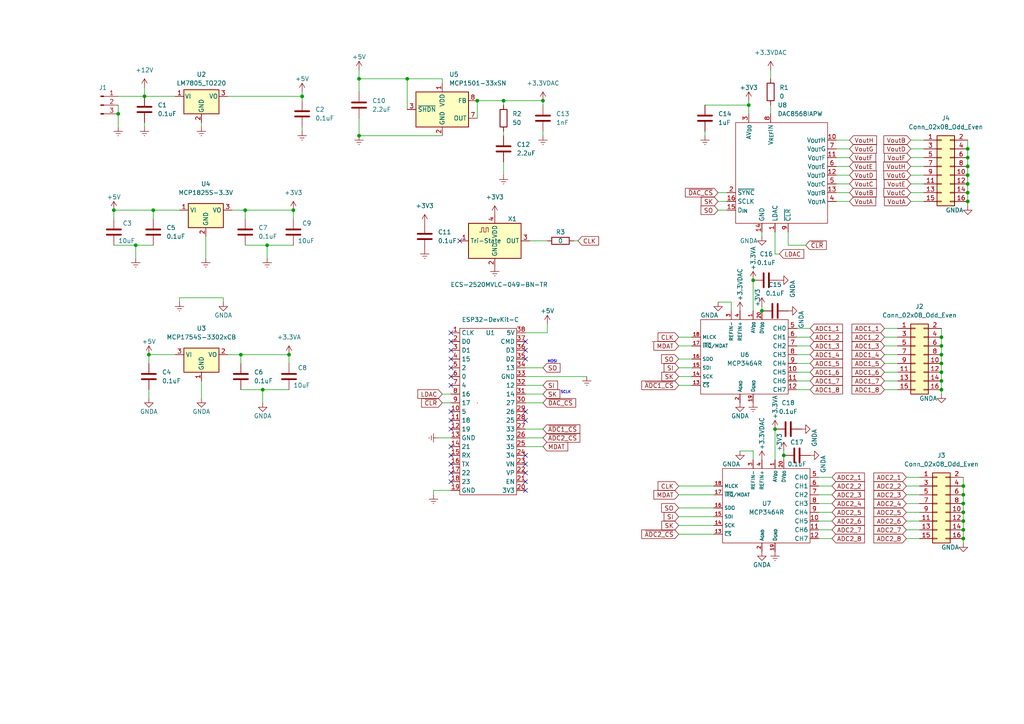
<source format=kicad_sch>
(kicad_sch (version 20211123) (generator eeschema)
  (paper "A4")
  (lib_symbols
    (symbol "Connector:Conn_01x03_Male" (pin_names (offset 1.016) hide)
      (property "Reference" "J" (at 0 5.08 0))
      (property "Value" "Conn_01x03_Male" (at 0 -5.08 0))
      (symbol "Conn_01x03_Male_1_1"
        (pin passive line (at 5.08 2.54 180) (length 3.81) (name "Pin_1") (number "1"))
        (pin passive line (at 5.08 0 180) (length 3.81) (name "Pin_2") (number "2"))
        (pin passive line (at 5.08 -2.54 180) (length 3.81) (name "Pin_3") (number "3"))
      )
    )
    (symbol "Connector_Generic:Conn_02x08_Odd_Even" (pin_names (offset 1.016) hide)
      (property "Reference" "J" (at 1.27 10.16 0))
      (property "Value" "Conn_02x08_Odd_Even" (at 1.27 -12.7 0))
      (symbol "Conn_02x08_Odd_Even_1_1"
        (pin passive line (at -5.08 7.62 0) (length 3.81) (name "Pin_1") (number "1"))
        (pin passive line (at 7.62 -2.54 180) (length 3.81) (name "Pin_10") (number "10"))
        (pin passive line (at -5.08 -5.08 0) (length 3.81) (name "Pin_11") (number "11"))
        (pin passive line (at 7.62 -5.08 180) (length 3.81) (name "Pin_12") (number "12"))
        (pin passive line (at -5.08 -7.62 0) (length 3.81) (name "Pin_13") (number "13"))
        (pin passive line (at 7.62 -7.62 180) (length 3.81) (name "Pin_14") (number "14"))
        (pin passive line (at -5.08 -10.16 0) (length 3.81) (name "Pin_15") (number "15"))
        (pin passive line (at 7.62 -10.16 180) (length 3.81) (name "Pin_16") (number "16"))
        (pin passive line (at 7.62 7.62 180) (length 3.81) (name "Pin_2") (number "2"))
        (pin passive line (at -5.08 5.08 0) (length 3.81) (name "Pin_3") (number "3"))
        (pin passive line (at 7.62 5.08 180) (length 3.81) (name "Pin_4") (number "4"))
        (pin passive line (at -5.08 2.54 0) (length 3.81) (name "Pin_5") (number "5"))
        (pin passive line (at 7.62 2.54 180) (length 3.81) (name "Pin_6") (number "6"))
        (pin passive line (at -5.08 0 0) (length 3.81) (name "Pin_7") (number "7"))
        (pin passive line (at 7.62 0 180) (length 3.81) (name "Pin_8") (number "8"))
        (pin passive line (at -5.08 -2.54 0) (length 3.81) (name "Pin_9") (number "9"))
      )
    )
    (symbol "Device:C" (pin_numbers hide) (pin_names (offset 0.254))
      (property "Reference" "C" (at 0.635 2.54 0))
      (property "Value" "C" (at 0.635 -2.54 0))
      (symbol "C_1_1"
        (pin passive line (at 0 3.81 270) (length 2.794) (name "~") (number "1"))
        (pin passive line (at 0 -3.81 90) (length 2.794) (name "~") (number "2"))
      )
    )
    (symbol "Device:R" (pin_numbers hide) (pin_names (offset 0))
      (property "Reference" "R" (at 2.032 0 90))
      (property "Value" "R" (at 0 0 90))
      (symbol "R_1_1"
        (pin passive line (at 0 3.81 270) (length 1.27) (name "~") (number "1"))
        (pin passive line (at 0 -3.81 90) (length 1.27) (name "~") (number "2"))
      )
    )
    (symbol "Oscillator:ECS-2520MV-xxx-xx"
      (property "Reference" "X" (at -5.08 6.35 0))
      (property "Value" "ECS-2520MV-xxx-xx" (at 1.27 -6.35 0))
      (symbol "ECS-2520MV-xxx-xx_1_1"
        (pin input line (at -10.16 0 0) (length 2.54) (name "Tri-State") (number "1"))
        (pin power_in line (at 0 -7.62 90) (length 2.54) (name "GND") (number "2"))
        (pin output line (at 10.16 0 180) (length 2.54) (name "OUT") (number "3"))
        (pin power_in line (at 0 7.62 270) (length 2.54) (name "VDD") (number "4"))
      )
    )
    (symbol "Reference_Voltage:MCP1501-33xSN"
      (property "Reference" "U" (at -5.08 6.35 0))
      (property "Value" "MCP1501-33xSN" (at 11.43 6.35 0))
      (symbol "MCP1501-33xSN_0_0"
        (pin power_in line (at 0 7.62 270) (length 2.54) (name "VDD") (number "1"))
        (pin power_in line (at 0 -7.62 90) (length 2.54) (name "GND") (number "2"))
        (pin input line (at -10.16 0 0) (length 2.54) (name "~{SHDN}") (number "3"))
        (pin passive line (at 0 -7.62 90) (length 2.54) hide (name "GND") (number "4"))
        (pin passive line (at 0 -7.62 90) (length 2.54) hide (name "GND") (number "5"))
        (pin passive line (at 0 -7.62 90) (length 2.54) hide (name "GND") (number "6"))
        (pin power_out line (at 10.16 -2.54 180) (length 2.54) (name "OUT") (number "7"))
        (pin input line (at 10.16 2.54 180) (length 2.54) (name "FB") (number "8"))
      )
    )
    (symbol "Regulator_Linear:LM7805_TO220" (pin_names (offset 0.254))
      (property "Reference" "U" (at -3.81 3.175 0))
      (property "Value" "LM7805_TO220" (at 0 3.175 0))
      (symbol "LM7805_TO220_1_1"
        (pin power_in line (at -7.62 0 0) (length 2.54) (name "VI") (number "1"))
        (pin power_in line (at 0 -7.62 90) (length 2.54) (name "GND") (number "2"))
        (pin power_out line (at 7.62 0 180) (length 2.54) (name "VO") (number "3"))
      )
    )
    (symbol "Regulator_Linear:MCP1754S-3302xCB"
      (property "Reference" "U" (at -3.81 3.175 0))
      (property "Value" "MCP1754S-3302xCB" (at -0.635 3.175 0))
      (symbol "MCP1754S-3302xCB_1_1"
        (pin power_in line (at 0 -7.62 90) (length 2.54) (name "GND") (number "1"))
        (pin power_out line (at 7.62 0 180) (length 2.54) (name "VO") (number "2"))
        (pin power_in line (at -7.62 0 0) (length 2.54) (name "VI") (number "3"))
      )
    )
    (symbol "Regulator_Linear:MCP1825S"
      (property "Reference" "U" (at -3.81 3.175 0))
      (property "Value" "MCP1825S" (at 0 3.175 0))
      (symbol "MCP1825S_1_1"
        (pin power_in line (at -7.62 0 0) (length 2.54) (name "VI") (number "1"))
        (pin power_in line (at 0 -7.62 90) (length 2.54) (name "GND") (number "2"))
        (pin power_out line (at 7.62 0 180) (length 2.54) (name "VO") (number "3"))
      )
    )
    (symbol "design:DAC8568IAPW"
      (property "Reference" "U?" (at 2.54 16.51 0))
      (property "Value" "DAC8568IAPW" (at -2.54 3.81 0))
      (symbol "DAC8568IAPW_1_1"
        (pin input line (at -1.27 -16.51 90) (length 2.54) (name "LDAC") (number "1"))
        (pin output line (at 16.51 10.16 180) (length 2.54) (name "V_{OUT}H") (number "10"))
        (pin output line (at 16.51 5.08 180) (length 2.54) (name "V_{OUT}F") (number "11"))
        (pin output line (at 16.51 0 180) (length 2.54) (name "V_{OUT}D") (number "12"))
        (pin output line (at 16.51 -5.08 180) (length 2.54) (name "V_{OUT}B") (number "13"))
        (pin input line (at -5.08 -16.51 90) (length 2.54) (name "GND") (number "14"))
        (pin input line (at -15.24 -10.16 0) (length 2.54) (name "D_{IN}") (number "15"))
        (pin input line (at -15.24 -7.62 0) (length 2.54) (name "SCLK") (number "16"))
        (pin input line (at -15.24 -5.08 0) (length 2.54) (name "~{SYNC}") (number "2"))
        (pin input line (at -8.89 17.78 270) (length 2.54) (name "AV_{DD}") (number "3"))
        (pin output line (at 16.51 -7.62 180) (length 2.54) (name "V_{OUT}A") (number "4"))
        (pin output line (at 16.51 -2.54 180) (length 2.54) (name "V_{OUT}C") (number "5"))
        (pin output line (at 16.51 2.54 180) (length 2.54) (name "V_{OUT}E") (number "6"))
        (pin output line (at 16.51 7.62 180) (length 2.54) (name "V_{OUT}G") (number "7"))
        (pin input line (at -2.54 17.78 270) (length 2.54) (name "V_{REF}IN") (number "8"))
        (pin input line (at 2.54 -16.51 90) (length 2.54) (name "~{CLR}") (number "9"))
      )
    )
    (symbol "design:ESP32-DevKit-C"
      (property "Reference" "U?" (at -3.81 27.94 0))
      (property "Value" "ESP32-DevKit-C" (at -3.81 12.7 90))
      (symbol "ESP32-DevKit-C_1_1"
        (pin input line (at -13.97 25.4 0) (length 2.54) (name "CLK") (number "1"))
        (pin input line (at -13.97 2.54 0) (length 2.54) (name "5") (number "10"))
        (pin input line (at -13.97 0 0) (length 2.54) (name "18") (number "11"))
        (pin input line (at -13.97 -2.54 0) (length 2.54) (name "19") (number "12"))
        (pin input line (at -13.97 -5.08 0) (length 2.54) (name "GND") (number "13"))
        (pin input line (at -13.97 -7.62 0) (length 2.54) (name "21") (number "14"))
        (pin input line (at -13.97 -10.16 0) (length 2.54) (name "RX") (number "15"))
        (pin input line (at -13.97 -12.7 0) (length 2.54) (name "TX") (number "16"))
        (pin input line (at -13.97 -15.24 0) (length 2.54) (name "22") (number "17"))
        (pin input line (at -13.97 -17.78 0) (length 2.54) (name "23") (number "18"))
        (pin input line (at -13.97 -20.32 0) (length 2.54) (name "GND") (number "19"))
        (pin input line (at -13.97 22.86 0) (length 2.54) (name "D0") (number "2"))
        (pin input line (at 7.62 -20.32 180) (length 2.54) (name "3V3") (number "20"))
        (pin input line (at 7.62 -17.78 180) (length 2.54) (name "EN") (number "21"))
        (pin input line (at 7.62 -15.24 180) (length 2.54) (name "VP") (number "22"))
        (pin input line (at 7.62 -12.7 180) (length 2.54) (name "VN") (number "23"))
        (pin input line (at 7.62 -10.16 180) (length 2.54) (name "34") (number "24"))
        (pin input line (at 7.62 -7.62 180) (length 2.54) (name "35") (number "25"))
        (pin input line (at 7.62 -5.08 180) (length 2.54) (name "32") (number "26"))
        (pin input line (at 7.62 -2.54 180) (length 2.54) (name "33") (number "27"))
        (pin input line (at 7.62 0 180) (length 2.54) (name "25") (number "28"))
        (pin input line (at 7.62 2.54 180) (length 2.54) (name "26") (number "29"))
        (pin input line (at -13.97 20.32 0) (length 2.54) (name "D1") (number "3"))
        (pin input line (at 7.62 5.08 180) (length 2.54) (name "27") (number "30"))
        (pin input line (at 7.62 7.62 180) (length 2.54) (name "14") (number "31"))
        (pin input line (at 7.62 10.16 180) (length 2.54) (name "12") (number "32"))
        (pin input line (at 7.62 12.7 180) (length 2.54) (name "GND") (number "33"))
        (pin input line (at 7.62 15.24 180) (length 2.54) (name "13") (number "34"))
        (pin input line (at 7.62 17.78 180) (length 2.54) (name "D2") (number "35"))
        (pin input line (at 7.62 20.32 180) (length 2.54) (name "D3") (number "36"))
        (pin input line (at 7.62 22.86 180) (length 2.54) (name "CMD") (number "37"))
        (pin input line (at 7.62 25.4 180) (length 2.54) (name "5V") (number "38"))
        (pin input line (at -13.97 17.78 0) (length 2.54) (name "15") (number "4"))
        (pin input line (at -13.97 15.24 0) (length 2.54) (name "2") (number "5"))
        (pin input line (at -13.97 12.7 0) (length 2.54) (name "0") (number "6"))
        (pin input line (at -13.97 10.16 0) (length 2.54) (name "4") (number "7"))
        (pin input line (at -13.97 7.62 0) (length 2.54) (name "16") (number "8"))
        (pin input line (at -13.97 5.08 0) (length 2.54) (name "17") (number "9"))
      )
    )
    (symbol "design:MCP3464R"
      (property "Reference" "U?" (at 0 -1.27 0))
      (property "Value" "MCP3464R" (at 0 1.27 0))
      (symbol "MCP3464R_1_1"
        (pin input line (at 2.54 13.97 270) (length 2.54) (name "AV_{DD}") (number "1"))
        (pin input line (at 15.24 -3.81 180) (length 2.54) (name "CH5") (number "10"))
        (pin input line (at 15.24 -6.35 180) (length 2.54) (name "CH6") (number "11"))
        (pin input line (at 15.24 -8.89 180) (length 2.54) (name "CH7") (number "12"))
        (pin input line (at -15.24 -7.62 0) (length 2.54) (name "~{CS}") (number "13"))
        (pin input line (at -15.24 -5.08 0) (length 2.54) (name "SCK") (number "14"))
        (pin input line (at -15.24 -2.54 0) (length 2.54) (name "SDI") (number "15"))
        (pin input line (at -15.24 0 0) (length 2.54) (name "SDO") (number "16"))
        (pin input line (at -15.24 3.81 0) (length 2.54) (name "~{IRQ}/MDAT") (number "17"))
        (pin input line (at -15.24 6.35 0) (length 2.54) (name "MLCK") (number "18"))
        (pin input line (at 2.54 -12.7 90) (length 2.54) (name "D_{GND}") (number "19"))
        (pin input line (at -1.27 -12.7 90) (length 2.54) (name "A_{GND}") (number "2"))
        (pin input line (at 5.08 13.97 270) (length 2.54) (name "DV_{DD}") (number "20"))
        (pin input line (at -3.81 13.97 270) (length 2.54) (name "REFIN-") (number "3"))
        (pin input line (at -1.27 13.97 270) (length 2.54) (name "REFIN+") (number "4"))
        (pin input line (at 15.24 8.89 180) (length 2.54) (name "CH0") (number "5"))
        (pin input line (at 15.24 6.35 180) (length 2.54) (name "CH1") (number "6"))
        (pin input line (at 15.24 3.81 180) (length 2.54) (name "CH2") (number "7"))
        (pin input line (at 15.24 1.27 180) (length 2.54) (name "CH3") (number "8"))
        (pin input line (at 15.24 -1.27 180) (length 2.54) (name "CH4") (number "9"))
      )
    )
    (symbol "power:+12V" (power) (pin_names (offset 0))
      (property "Value" "+12V" (at 0 3.556 0))
      (symbol "+12V_1_1"
        (pin power_in line (at 0 0 90) (length 0) hide (name "+12V") (number "1"))
      )
    )
    (symbol "power:+3.3V" (power) (pin_names (offset 0))
      (property "Value" "+3.3V" (at 0 3.556 0))
      (symbol "+3.3V_1_1"
        (pin power_in line (at 0 0 90) (length 0) hide (name "+3V3") (number "1"))
      )
    )
    (symbol "power:+3.3VA" (power) (pin_names (offset 0))
      (property "Value" "+3.3VA" (at 0 3.556 0))
      (symbol "+3.3VA_1_1"
        (pin power_in line (at 0 0 90) (length 0) hide (name "+3.3VA") (number "1"))
      )
    )
    (symbol "power:+3.3VDAC" (power) (pin_names (offset 0))
      (property "Value" "+3.3VDAC" (at 0 2.54 0))
      (symbol "+3.3VDAC_0_0"
        (pin power_in line (at 0 0 90) (length 0) hide (name "+3.3VDAC") (number "1"))
      )
    )
    (symbol "power:+5V" (power) (pin_names (offset 0))
      (property "Value" "+5V" (at 0 3.556 0))
      (symbol "+5V_1_1"
        (pin power_in line (at 0 0 90) (length 0) hide (name "+5V") (number "1"))
      )
    )
    (symbol "power:Earth" (power) (pin_names (offset 0))
      (symbol "Earth_1_1"
        (pin power_in line (at 0 0 270) (length 0) hide (name "Earth") (number "1"))
      )
    )
    (symbol "power:GNDA" (power) (pin_names (offset 0))
      (property "Value" "GNDA" (at 0 -3.81 0))
      (symbol "GNDA_1_1"
        (pin power_in line (at 0 0 270) (length 0) hide (name "GNDA") (number "1"))
      )
    )
  )
  (junction (at 76.2 113.03))
  (junction (at 71.12 60.96))
  (junction (at 227.33 132.08))
  (junction (at 69.85 102.87))
  (junction (at 104.14 22.86))
  (junction (at 39.37 71.12))
  (junction (at 224.79 124.46))
  (junction (at 280.67 55.88))
  (junction (at 280.67 43.18))
  (junction (at 279.4 146.05))
  (junction (at 217.17 30.48))
  (junction (at 43.18 102.87))
  (junction (at 280.67 50.8))
  (junction (at 280.67 48.26))
  (junction (at 273.05 97.79))
  (junction (at 157.48 29.21))
  (junction (at 279.4 151.13))
  (junction (at 118.11 22.86))
  (junction (at 279.4 140.97))
  (junction (at 77.47 71.12))
  (junction (at 280.67 53.34))
  (junction (at 273.05 100.33))
  (junction (at 279.4 156.21))
  (junction (at 273.05 107.95))
  (junction (at 44.45 60.96))
  (junction (at 83.82 102.87))
  (junction (at 220.98 90.17))
  (junction (at 146.05 29.21))
  (junction (at 41.91 27.94))
  (junction (at 279.4 153.67))
  (junction (at 273.05 113.03))
  (junction (at 33.02 60.96))
  (junction (at 273.05 110.49))
  (junction (at 280.67 58.42))
  (junction (at 273.05 105.41))
  (junction (at 104.14 39.37))
  (junction (at 34.29 33.02))
  (junction (at 280.67 45.72))
  (junction (at 273.05 102.87))
  (junction (at 279.4 143.51))
  (junction (at 87.63 27.94))
  (junction (at 85.09 60.96))
  (junction (at 218.44 81.28))
  (junction (at 279.4 148.59))
  (junction (at 138.43 29.21))
  (no_connect (at 130.81 96.52))
  (no_connect (at 130.81 101.6))
  (no_connect (at 130.81 132.08))
  (no_connect (at 130.81 134.62))
  (no_connect (at 130.81 137.16))
  (no_connect (at 130.81 139.7))
  (no_connect (at 152.4 139.7))
  (no_connect (at 152.4 137.16))
  (no_connect (at 130.81 124.46))
  (no_connect (at 130.81 119.38))
  (no_connect (at 130.81 129.54))
  (no_connect (at 130.81 121.92))
  (no_connect (at 130.81 111.76))
  (no_connect (at 130.81 106.68))
  (no_connect (at 130.81 109.22))
  (no_connect (at 130.81 99.06))
  (no_connect (at 130.81 104.14))
  (no_connect (at 152.4 119.38))
  (no_connect (at 152.4 99.06))
  (no_connect (at 152.4 101.6))
  (no_connect (at 152.4 104.14))
  (no_connect (at 152.4 132.08))
  (no_connect (at 152.4 134.62))
  (no_connect (at 152.4 121.92))
  (no_connect (at 152.4 142.24))
  (no_connect (at 133.35 69.85))
  (wire (pts (xy 260.35 95.25) (xy 256.54 95.25)))
  (wire (pts (xy 280.67 58.42) (xy 280.67 59.69)))
  (wire (pts (xy 223.52 30.48) (xy 223.52 33.02)))
  (wire (pts (xy 196.85 149.86) (xy 207.01 149.86)))
  (wire (pts (xy 125.73 142.24) (xy 125.73 143.51)))
  (wire (pts (xy 231.14 100.33) (xy 234.95 100.33)))
  (wire (pts (xy 85.09 60.96) (xy 71.12 60.96)))
  (wire (pts (xy 273.05 113.03) (xy 273.05 114.3)))
  (wire (pts (xy 231.14 113.03) (xy 234.95 113.03)))
  (wire (pts (xy 237.49 151.13) (xy 241.3 151.13)))
  (wire (pts (xy 64.77 87.63) (xy 64.77 86.36)))
  (wire (pts (xy 85.09 63.5) (xy 85.09 60.96)))
  (wire (pts (xy 266.7 140.97) (xy 262.89 140.97)))
  (wire (pts (xy 266.7 156.21) (xy 262.89 156.21)))
  (wire (pts (xy 242.57 40.64) (xy 246.38 40.64)))
  (wire (pts (xy 212.09 90.17) (xy 212.09 87.63)))
  (wire (pts (xy 237.49 146.05) (xy 241.3 146.05)))
  (wire (pts (xy 266.7 148.59) (xy 262.89 148.59)))
  (wire (pts (xy 118.11 22.86) (xy 118.11 31.75)))
  (wire (pts (xy 33.02 60.96) (xy 33.02 63.5)))
  (wire (pts (xy 87.63 27.94) (xy 87.63 29.21)))
  (wire (pts (xy 87.63 26.67) (xy 87.63 27.94)))
  (wire (pts (xy 273.05 97.79) (xy 273.05 100.33)))
  (wire (pts (xy 267.97 53.34) (xy 264.16 53.34)))
  (wire (pts (xy 58.42 110.49) (xy 58.42 115.57)))
  (wire (pts (xy 43.18 102.87) (xy 43.18 105.41)))
  (wire (pts (xy 41.91 35.56) (xy 41.91 36.83)))
  (wire (pts (xy 260.35 97.79) (xy 256.54 97.79)))
  (wire (pts (xy 266.7 143.51) (xy 262.89 143.51)))
  (wire (pts (xy 273.05 105.41) (xy 273.05 107.95)))
  (wire (pts (xy 158.75 96.52) (xy 158.75 93.98)))
  (wire (pts (xy 196.85 97.79) (xy 200.66 97.79)))
  (wire (pts (xy 242.57 43.18) (xy 246.38 43.18)))
  (wire (pts (xy 273.05 100.33) (xy 273.05 102.87)))
  (wire (pts (xy 231.14 95.25) (xy 234.95 95.25)))
  (wire (pts (xy 279.4 138.43) (xy 279.4 140.97)))
  (wire (pts (xy 152.4 129.54) (xy 157.48 129.54)))
  (wire (pts (xy 71.12 60.96) (xy 67.31 60.96)))
  (wire (pts (xy 266.7 146.05) (xy 262.89 146.05)))
  (wire (pts (xy 128.27 22.86) (xy 118.11 22.86)))
  (wire (pts (xy 204.47 38.1) (xy 204.47 39.37)))
  (wire (pts (xy 44.45 60.96) (xy 44.45 63.5)))
  (wire (pts (xy 41.91 27.94) (xy 50.8 27.94)))
  (wire (pts (xy 280.67 40.64) (xy 280.67 43.18)))
  (wire (pts (xy 273.05 102.87) (xy 273.05 105.41)))
  (wire (pts (xy 279.4 153.67) (xy 279.4 156.21)))
  (wire (pts (xy 267.97 43.18) (xy 264.16 43.18)))
  (wire (pts (xy 260.35 100.33) (xy 256.54 100.33)))
  (wire (pts (xy 267.97 40.64) (xy 264.16 40.64)))
  (wire (pts (xy 208.28 87.63) (xy 212.09 87.63)))
  (wire (pts (xy 66.04 27.94) (xy 87.63 27.94)))
  (wire (pts (xy 58.42 35.56) (xy 58.42 36.83)))
  (wire (pts (xy 260.35 113.03) (xy 256.54 113.03)))
  (wire (pts (xy 227.33 132.08) (xy 227.33 133.35)))
  (wire (pts (xy 118.11 22.86) (xy 104.14 22.86)))
  (wire (pts (xy 280.67 55.88) (xy 280.67 58.42)))
  (wire (pts (xy 71.12 71.12) (xy 77.47 71.12)))
  (wire (pts (xy 152.4 124.46) (xy 157.48 124.46)))
  (wire (pts (xy 130.81 142.24) (xy 125.73 142.24)))
  (wire (pts (xy 266.7 153.67) (xy 262.89 153.67)))
  (wire (pts (xy 34.29 33.02) (xy 34.29 36.83)))
  (wire (pts (xy 260.35 107.95) (xy 256.54 107.95)))
  (wire (pts (xy 128.27 114.3) (xy 130.81 114.3)))
  (wire (pts (xy 146.05 46.99) (xy 146.05 50.8)))
  (wire (pts (xy 157.48 38.1) (xy 157.48 39.37)))
  (wire (pts (xy 196.85 104.14) (xy 200.66 104.14)))
  (wire (pts (xy 280.67 53.34) (xy 280.67 55.88)))
  (wire (pts (xy 223.52 20.32) (xy 223.52 22.86)))
  (wire (pts (xy 128.27 116.84) (xy 130.81 116.84)))
  (wire (pts (xy 196.85 100.33) (xy 200.66 100.33)))
  (wire (pts (xy 267.97 50.8) (xy 264.16 50.8)))
  (wire (pts (xy 237.49 156.21) (xy 241.3 156.21)))
  (wire (pts (xy 59.69 68.58) (xy 59.69 74.93)))
  (wire (pts (xy 237.49 153.67) (xy 241.3 153.67)))
  (wire (pts (xy 77.47 71.12) (xy 85.09 71.12)))
  (wire (pts (xy 71.12 60.96) (xy 71.12 63.5)))
  (wire (pts (xy 220.98 88.9) (xy 220.98 90.17)))
  (wire (pts (xy 279.4 151.13) (xy 279.4 153.67)))
  (wire (pts (xy 83.82 105.41) (xy 83.82 102.87)))
  (wire (pts (xy 217.17 30.48) (xy 217.17 33.02)))
  (wire (pts (xy 196.85 152.4) (xy 207.01 152.4)))
  (wire (pts (xy 267.97 48.26) (xy 264.16 48.26)))
  (wire (pts (xy 279.4 146.05) (xy 279.4 148.59)))
  (wire (pts (xy 231.14 110.49) (xy 234.95 110.49)))
  (wire (pts (xy 152.4 109.22) (xy 170.18 109.22)))
  (wire (pts (xy 196.85 147.32) (xy 207.01 147.32)))
  (wire (pts (xy 227.33 130.81) (xy 227.33 132.08)))
  (wire (pts (xy 128.27 24.13) (xy 128.27 22.86)))
  (wire (pts (xy 242.57 50.8) (xy 246.38 50.8)))
  (wire (pts (xy 138.43 29.21) (xy 138.43 34.29)))
  (wire (pts (xy 242.57 53.34) (xy 246.38 53.34)))
  (wire (pts (xy 228.6 71.12) (xy 228.6 67.31)))
  (wire (pts (xy 146.05 30.48) (xy 146.05 29.21)))
  (wire (pts (xy 50.8 102.87) (xy 43.18 102.87)))
  (wire (pts (xy 237.49 148.59) (xy 241.3 148.59)))
  (wire (pts (xy 33.02 71.12) (xy 39.37 71.12)))
  (wire (pts (xy 260.35 110.49) (xy 256.54 110.49)))
  (wire (pts (xy 208.28 58.42) (xy 210.82 58.42)))
  (wire (pts (xy 104.14 22.86) (xy 104.14 20.32)))
  (wire (pts (xy 218.44 81.28) (xy 218.44 90.17)))
  (wire (pts (xy 231.14 107.95) (xy 234.95 107.95)))
  (wire (pts (xy 69.85 102.87) (xy 66.04 102.87)))
  (wire (pts (xy 52.07 86.36) (xy 52.07 87.63)))
  (wire (pts (xy 280.67 50.8) (xy 280.67 53.34)))
  (wire (pts (xy 204.47 30.48) (xy 217.17 30.48)))
  (wire (pts (xy 87.63 36.83) (xy 87.63 38.1)))
  (wire (pts (xy 39.37 71.12) (xy 39.37 74.93)))
  (wire (pts (xy 146.05 38.1) (xy 146.05 39.37)))
  (wire (pts (xy 280.67 48.26) (xy 280.67 50.8)))
  (wire (pts (xy 231.14 102.87) (xy 234.95 102.87)))
  (wire (pts (xy 267.97 55.88) (xy 264.16 55.88)))
  (wire (pts (xy 233.68 71.12) (xy 228.6 71.12)))
  (wire (pts (xy 217.17 29.21) (xy 217.17 30.48)))
  (wire (pts (xy 242.57 45.72) (xy 246.38 45.72)))
  (wire (pts (xy 231.14 97.79) (xy 234.95 97.79)))
  (wire (pts (xy 214.63 130.81) (xy 218.44 130.81)))
  (wire (pts (xy 104.14 22.86) (xy 104.14 26.67)))
  (wire (pts (xy 152.4 106.68) (xy 157.48 106.68)))
  (wire (pts (xy 152.4 114.3) (xy 157.48 114.3)))
  (wire (pts (xy 153.67 69.85) (xy 158.75 69.85)))
  (wire (pts (xy 41.91 25.4) (xy 41.91 27.94)))
  (wire (pts (xy 280.67 43.18) (xy 280.67 45.72)))
  (wire (pts (xy 260.35 105.41) (xy 256.54 105.41)))
  (wire (pts (xy 39.37 71.12) (xy 44.45 71.12)))
  (wire (pts (xy 242.57 58.42) (xy 246.38 58.42)))
  (wire (pts (xy 237.49 143.51) (xy 241.3 143.51)))
  (wire (pts (xy 77.47 71.12) (xy 77.47 74.93)))
  (wire (pts (xy 43.18 113.03) (xy 43.18 115.57)))
  (wire (pts (xy 279.4 148.59) (xy 279.4 151.13)))
  (wire (pts (xy 127 127) (xy 130.81 127)))
  (wire (pts (xy 34.29 30.48) (xy 34.29 33.02)))
  (wire (pts (xy 279.4 156.21) (xy 279.4 157.48)))
  (wire (pts (xy 208.28 55.88) (xy 210.82 55.88)))
  (wire (pts (xy 34.29 27.94) (xy 41.91 27.94)))
  (wire (pts (xy 152.4 127) (xy 157.48 127)))
  (wire (pts (xy 104.14 39.37) (xy 104.14 34.29)))
  (wire (pts (xy 279.4 143.51) (xy 279.4 146.05)))
  (wire (pts (xy 152.4 96.52) (xy 158.75 96.52)))
  (wire (pts (xy 273.05 95.25) (xy 273.05 97.79)))
  (wire (pts (xy 196.85 109.22) (xy 200.66 109.22)))
  (wire (pts (xy 267.97 58.42) (xy 264.16 58.42)))
  (wire (pts (xy 69.85 102.87) (xy 69.85 105.41)))
  (wire (pts (xy 237.49 138.43) (xy 241.3 138.43)))
  (wire (pts (xy 208.28 60.96) (xy 210.82 60.96)))
  (wire (pts (xy 273.05 110.49) (xy 273.05 113.03)))
  (wire (pts (xy 196.85 111.76) (xy 200.66 111.76)))
  (wire (pts (xy 220.98 67.31) (xy 220.98 68.58)))
  (wire (pts (xy 76.2 113.03) (xy 76.2 116.84)))
  (wire (pts (xy 128.27 39.37) (xy 104.14 39.37)))
  (wire (pts (xy 196.85 106.68) (xy 200.66 106.68)))
  (wire (pts (xy 242.57 48.26) (xy 246.38 48.26)))
  (wire (pts (xy 267.97 45.72) (xy 264.16 45.72)))
  (wire (pts (xy 52.07 60.96) (xy 44.45 60.96)))
  (wire (pts (xy 279.4 140.97) (xy 279.4 143.51)))
  (wire (pts (xy 280.67 45.72) (xy 280.67 48.26)))
  (wire (pts (xy 196.85 140.97) (xy 207.01 140.97)))
  (wire (pts (xy 146.05 29.21) (xy 157.48 29.21)))
  (wire (pts (xy 218.44 133.35) (xy 218.44 130.81)))
  (wire (pts (xy 266.7 151.13) (xy 262.89 151.13)))
  (wire (pts (xy 224.79 124.46) (xy 224.79 133.35)))
  (wire (pts (xy 224.79 73.66) (xy 226.06 73.66)))
  (wire (pts (xy 237.49 140.97) (xy 241.3 140.97)))
  (wire (pts (xy 152.4 111.76) (xy 157.48 111.76)))
  (wire (pts (xy 242.57 55.88) (xy 246.38 55.88)))
  (wire (pts (xy 273.05 107.95) (xy 273.05 110.49)))
  (wire (pts (xy 196.85 154.94) (xy 207.01 154.94)))
  (wire (pts (xy 152.4 116.84) (xy 157.48 116.84)))
  (wire (pts (xy 231.14 105.41) (xy 234.95 105.41)))
  (wire (pts (xy 69.85 113.03) (xy 76.2 113.03)))
  (wire (pts (xy 83.82 102.87) (xy 69.85 102.87)))
  (wire (pts (xy 52.07 86.36) (xy 64.77 86.36)))
  (wire (pts (xy 157.48 29.21) (xy 157.48 30.48)))
  (wire (pts (xy 76.2 113.03) (xy 83.82 113.03)))
  (wire (pts (xy 146.05 29.21) (xy 138.43 29.21)))
  (wire (pts (xy 44.45 60.96) (xy 33.02 60.96)))
  (wire (pts (xy 266.7 138.43) (xy 262.89 138.43)))
  (wire (pts (xy 196.85 143.51) (xy 207.01 143.51)))
  (wire (pts (xy 224.79 67.31) (xy 224.79 73.66)))
  (wire (pts (xy 260.35 102.87) (xy 256.54 102.87)))
  (wire (pts (xy 166.37 69.85) (xy 167.64 69.85)))
  (text "SCLK" (at 162.56 114.3 0) (effects (font (size 0.762 0.762)) (justify left bottom)))
  (text "MOSI" (at 158.75 105.41 0) (effects (font (size 0.762 0.762)) (justify left bottom)))
  (global_label "LDAC" (shape input) (at 128.27 114.3 180) (property "Intersheet References" "${INTERSHEET_REFS}" (effects hide)))
  (global_label "ADC2_7" (shape input) (at 241.3 153.67 0) (property "Intersheet References" "${INTERSHEET_REFS}" (effects hide)))
  (global_label "SO" (shape input) (at 208.28 60.96 180) (property "Intersheet References" "${INTERSHEET_REFS}" (effects hide)))
  (global_label "SK" (shape input) (at 196.85 152.4 180) (property "Intersheet References" "${INTERSHEET_REFS}" (effects hide)))
  (global_label "ADC1_2" (shape input) (at 256.54 97.79 180) (property "Intersheet References" "${INTERSHEET_REFS}" (effects hide)))
  (global_label "~{ADC2_CS}" (shape input) (at 157.48 127 0) (property "Intersheet References" "${INTERSHEET_REFS}" (effects hide)))
  (global_label "VoutG" (shape input) (at 264.16 50.8 180) (property "Intersheet References" "${INTERSHEET_REFS}" (effects hide)))
  (global_label "SI" (shape input) (at 196.85 106.68 180) (property "Intersheet References" "${INTERSHEET_REFS}" (effects hide)))
  (global_label "SK" (shape input) (at 208.28 58.42 180) (property "Intersheet References" "${INTERSHEET_REFS}" (effects hide)))
  (global_label "ADC2_1" (shape input) (at 262.89 138.43 180) (property "Intersheet References" "${INTERSHEET_REFS}" (effects hide)))
  (global_label "SK" (shape input) (at 157.48 114.3 0) (property "Intersheet References" "${INTERSHEET_REFS}" (effects hide)))
  (global_label "ADC1_2" (shape input) (at 234.95 97.79 0) (property "Intersheet References" "${INTERSHEET_REFS}" (effects hide)))
  (global_label "VoutH" (shape input) (at 246.38 40.64 0) (property "Intersheet References" "${INTERSHEET_REFS}" (effects hide)))
  (global_label "ADC1_7" (shape input) (at 234.95 110.49 0) (property "Intersheet References" "${INTERSHEET_REFS}" (effects hide)))
  (global_label "~{DAC_CS}" (shape input) (at 208.28 55.88 180) (property "Intersheet References" "${INTERSHEET_REFS}" (effects hide)))
  (global_label "SO" (shape input) (at 196.85 104.14 180) (property "Intersheet References" "${INTERSHEET_REFS}" (effects hide)))
  (global_label "ADC2_3" (shape input) (at 241.3 143.51 0) (property "Intersheet References" "${INTERSHEET_REFS}" (effects hide)))
  (global_label "ADC1_5" (shape input) (at 256.54 105.41 180) (property "Intersheet References" "${INTERSHEET_REFS}" (effects hide)))
  (global_label "~{DAC_CS}" (shape input) (at 157.48 116.84 0) (property "Intersheet References" "${INTERSHEET_REFS}" (effects hide)))
  (global_label "ADC2_4" (shape input) (at 241.3 146.05 0) (property "Intersheet References" "${INTERSHEET_REFS}" (effects hide)))
  (global_label "ADC2_7" (shape input) (at 262.89 153.67 180) (property "Intersheet References" "${INTERSHEET_REFS}" (effects hide)))
  (global_label "CLK" (shape input) (at 167.64 69.85 0) (property "Intersheet References" "${INTERSHEET_REFS}" (effects hide)))
  (global_label "ADC2_6" (shape input) (at 262.89 151.13 180) (property "Intersheet References" "${INTERSHEET_REFS}" (effects hide)))
  (global_label "ADC1_6" (shape input) (at 234.95 107.95 0) (property "Intersheet References" "${INTERSHEET_REFS}" (effects hide)))
  (global_label "CLK" (shape input) (at 196.85 97.79 180) (property "Intersheet References" "${INTERSHEET_REFS}" (effects hide)))
  (global_label "ADC1_8" (shape input) (at 234.95 113.03 0) (property "Intersheet References" "${INTERSHEET_REFS}" (effects hide)))
  (global_label "ADC2_2" (shape input) (at 241.3 140.97 0) (property "Intersheet References" "${INTERSHEET_REFS}" (effects hide)))
  (global_label "~{CLR}" (shape input) (at 128.27 116.84 180) (property "Intersheet References" "${INTERSHEET_REFS}" (effects hide)))
  (global_label "MDAT" (shape input) (at 157.48 129.54 0) (property "Intersheet References" "${INTERSHEET_REFS}" (effects hide)))
  (global_label "SK" (shape input) (at 196.85 109.22 180) (property "Intersheet References" "${INTERSHEET_REFS}" (effects hide)))
  (global_label "~{ADC2_CS}" (shape input) (at 196.85 154.94 180) (property "Intersheet References" "${INTERSHEET_REFS}" (effects hide)))
  (global_label "ADC1_1" (shape input) (at 256.54 95.25 180) (property "Intersheet References" "${INTERSHEET_REFS}" (effects hide)))
  (global_label "VoutD" (shape input) (at 246.38 50.8 0) (property "Intersheet References" "${INTERSHEET_REFS}" (effects hide)))
  (global_label "ADC2_5" (shape input) (at 241.3 148.59 0) (property "Intersheet References" "${INTERSHEET_REFS}" (effects hide)))
  (global_label "ADC2_4" (shape input) (at 262.89 146.05 180) (property "Intersheet References" "${INTERSHEET_REFS}" (effects hide)))
  (global_label "VoutF" (shape input) (at 264.16 45.72 180) (property "Intersheet References" "${INTERSHEET_REFS}" (effects hide)))
  (global_label "ADC1_3" (shape input) (at 256.54 100.33 180) (property "Intersheet References" "${INTERSHEET_REFS}" (effects hide)))
  (global_label "MDAT" (shape input) (at 196.85 100.33 180) (property "Intersheet References" "${INTERSHEET_REFS}" (effects hide)))
  (global_label "VoutA" (shape input) (at 246.38 58.42 0) (property "Intersheet References" "${INTERSHEET_REFS}" (effects hide)))
  (global_label "ADC2_8" (shape input) (at 241.3 156.21 0) (property "Intersheet References" "${INTERSHEET_REFS}" (effects hide)))
  (global_label "ADC1_4" (shape input) (at 234.95 102.87 0) (property "Intersheet References" "${INTERSHEET_REFS}" (effects hide)))
  (global_label "SI" (shape input) (at 196.85 149.86 180) (property "Intersheet References" "${INTERSHEET_REFS}" (effects hide)))
  (global_label "VoutC" (shape input) (at 264.16 55.88 180) (property "Intersheet References" "${INTERSHEET_REFS}" (effects hide)))
  (global_label "ADC1_7" (shape input) (at 256.54 110.49 180) (property "Intersheet References" "${INTERSHEET_REFS}" (effects hide)))
  (global_label "ADC1_8" (shape input) (at 256.54 113.03 180) (property "Intersheet References" "${INTERSHEET_REFS}" (effects hide)))
  (global_label "~{ADC1_CS}" (shape input) (at 196.85 111.76 180) (property "Intersheet References" "${INTERSHEET_REFS}" (effects hide)))
  (global_label "SO" (shape input) (at 157.48 106.68 0) (property "Intersheet References" "${INTERSHEET_REFS}" (effects hide)))
  (global_label "~{ADC1_CS}" (shape input) (at 157.48 124.46 0) (property "Intersheet References" "${INTERSHEET_REFS}" (effects hide)))
  (global_label "~{CLR}" (shape input) (at 233.68 71.12 0) (property "Intersheet References" "${INTERSHEET_REFS}" (effects hide)))
  (global_label "VoutE" (shape input) (at 264.16 53.34 180) (property "Intersheet References" "${INTERSHEET_REFS}" (effects hide)))
  (global_label "VoutG" (shape input) (at 246.38 43.18 0) (property "Intersheet References" "${INTERSHEET_REFS}" (effects hide)))
  (global_label "ADC2_8" (shape input) (at 262.89 156.21 180) (property "Intersheet References" "${INTERSHEET_REFS}" (effects hide)))
  (global_label "CLK" (shape input) (at 196.85 140.97 180) (property "Intersheet References" "${INTERSHEET_REFS}" (effects hide)))
  (global_label "VoutD" (shape input) (at 264.16 43.18 180) (property "Intersheet References" "${INTERSHEET_REFS}" (effects hide)))
  (global_label "MDAT" (shape input) (at 196.85 143.51 180) (property "Intersheet References" "${INTERSHEET_REFS}" (effects hide)))
  (global_label "VoutE" (shape input) (at 246.38 48.26 0) (property "Intersheet References" "${INTERSHEET_REFS}" (effects hide)))
  (global_label "VoutA" (shape input) (at 264.16 58.42 180) (property "Intersheet References" "${INTERSHEET_REFS}" (effects hide)))
  (global_label "ADC1_6" (shape input) (at 256.54 107.95 180) (property "Intersheet References" "${INTERSHEET_REFS}" (effects hide)))
  (global_label "ADC2_3" (shape input) (at 262.89 143.51 180) (property "Intersheet References" "${INTERSHEET_REFS}" (effects hide)))
  (global_label "ADC1_3" (shape input) (at 234.95 100.33 0) (property "Intersheet References" "${INTERSHEET_REFS}" (effects hide)))
  (global_label "ADC2_1" (shape input) (at 241.3 138.43 0) (property "Intersheet References" "${INTERSHEET_REFS}" (effects hide)))
  (global_label "ADC1_1" (shape input) (at 234.95 95.25 0) (property "Intersheet References" "${INTERSHEET_REFS}" (effects hide)))
  (global_label "ADC2_2" (shape input) (at 262.89 140.97 180) (property "Intersheet References" "${INTERSHEET_REFS}" (effects hide)))
  (global_label "ADC2_6" (shape input) (at 241.3 151.13 0) (property "Intersheet References" "${INTERSHEET_REFS}" (effects hide)))
  (global_label "ADC1_5" (shape input) (at 234.95 105.41 0) (property "Intersheet References" "${INTERSHEET_REFS}" (effects hide)))
  (global_label "SI" (shape input) (at 157.48 111.76 0) (property "Intersheet References" "${INTERSHEET_REFS}" (effects hide)))
  (global_label "ADC2_5" (shape input) (at 262.89 148.59 180) (property "Intersheet References" "${INTERSHEET_REFS}" (effects hide)))
  (global_label "VoutF" (shape input) (at 246.38 45.72 0) (property "Intersheet References" "${INTERSHEET_REFS}" (effects hide)))
  (global_label "SO" (shape input) (at 196.85 147.32 180) (property "Intersheet References" "${INTERSHEET_REFS}" (effects hide)))
  (global_label "VoutB" (shape input) (at 264.16 40.64 180) (property "Intersheet References" "${INTERSHEET_REFS}" (effects hide)))
  (global_label "VoutC" (shape input) (at 246.38 53.34 0) (property "Intersheet References" "${INTERSHEET_REFS}" (effects hide)))
  (global_label "LDAC" (shape input) (at 226.06 73.66 0) (property "Intersheet References" "${INTERSHEET_REFS}" (effects hide)))
  (global_label "ADC1_4" (shape input) (at 256.54 102.87 180) (property "Intersheet References" "${INTERSHEET_REFS}" (effects hide)))
  (global_label "VoutB" (shape input) (at 246.38 55.88 0) (property "Intersheet References" "${INTERSHEET_REFS}" (effects hide)))
  (global_label "VoutH" (shape input) (at 264.16 48.26 180) (property "Intersheet References" "${INTERSHEET_REFS}" (effects hide)))
  (symbol (lib_id "power:Earth") (at 218.44 116.84 0) (unit 1)
    (property "Reference" "#PWR039" (effects hide))
    (property "Value" "Earth" (effects hide))
  )
  (symbol (lib_id "Device:R") (at 162.56 69.85 90) (unit 1)
    (property "Reference" "R3" (at 162.56 67.31 90))
    (property "Value" "0" (at 162.56 69.85 90))
    (property "Footprint" "Resistor_SMD:R_0805_2012Metric_Pad1.20x1.40mm_HandSolder" (effects hide))
  )
  (symbol (lib_id "power:+3.3VDAC") (at 220.98 133.35 0) (unit 1)
    (property "Reference" "#PWR042" (effects hide))
    (property "Value" "+3.3VDAC" (at 220.98 125.73 90))
  )
  (symbol (lib_id "power:+3.3V") (at 227.33 130.81 0) (unit 1)
    (property "Reference" "#PWR0102" (effects hide))
    (property "Value" "+3.3V" (at 226.06 128.27 90))
  )
  (symbol (lib_id "power:GNDA") (at 220.98 68.58 0) (unit 1)
    (property "Reference" "#PWR0101" (effects hide))
    (property "Value" "GNDA" (at 217.17 69.85 0))
  )
  (symbol (lib_id "power:+3.3VA") (at 218.44 81.28 0) (unit 1)
    (property "Reference" "#PWR038" (effects hide))
    (property "Value" "+3.3VA" (at 218.44 74.93 90))
  )
  (symbol (lib_id "power:+3.3V") (at 143.51 62.23 0) (unit 1)
    (property "Reference" "#PWR027" (effects hide))
    (property "Value" "+3.3V" (at 143.51 57.15 0))
  )
  (symbol (lib_id "power:GNDA") (at 226.06 81.28 90) (unit 1)
    (property "Reference" "#PWR0107" (effects hide))
    (property "Value" "GNDA" (at 229.87 83.82 0))
  )
  (symbol (lib_id "power:+3.3VDAC") (at 157.48 29.21 0) (unit 1)
    (property "Reference" "#PWR030" (effects hide))
    (property "Value" "+3.3VDAC" (at 157.48 24.13 0))
  )
  (symbol (lib_id "power:+12V") (at 41.91 25.4 0) (unit 1)
    (property "Reference" "#PWR06" (effects hide))
    (property "Value" "+12V" (at 41.91 20.32 0))
  )
  (symbol (lib_id "power:Earth") (at 39.37 74.93 0) (unit 1)
    (property "Reference" "#PWR012" (effects hide))
    (property "Value" "Earth" (effects hide))
  )
  (symbol (lib_id "Device:C") (at 146.05 43.18 0) (unit 1)
    (property "Reference" "C12" (at 149.86 41.9099 0) (effects (justify left)))
    (property "Value" "2.2uF" (at 149.86 44.4499 0) (effects (justify left)))
    (property "Footprint" "Capacitor_SMD:C_0805_2012Metric_Pad1.18x1.45mm_HandSolder" (effects hide))
  )
  (symbol (lib_id "Connector:Conn_01x03_Male") (at 29.21 30.48 0) (unit 1)
    (property "Reference" "J1" (at 29.845 25.4 0))
    (property "Value" "Conn_01x03_Male" (effects hide))
    (property "Footprint" "Connector_PinSocket_2.54mm:PinSocket_1x03_P2.54mm_Vertical" (effects hide))
  )
  (symbol (lib_id "Device:C") (at 104.14 30.48 0) (unit 1)
    (property "Reference" "C10" (at 107.95 29.2099 0) (effects (justify left)))
    (property "Value" "2.2uF" (at 107.95 31.7499 0) (effects (justify left)))
    (property "Footprint" "Capacitor_SMD:C_0805_2012Metric_Pad1.18x1.45mm_HandSolder" (effects hide))
  )
  (symbol (lib_id "power:GNDA") (at 214.63 130.81 0) (unit 1)
    (property "Reference" "#PWR036" (effects hide))
    (property "Value" "GNDA" (at 212.09 134.62 0))
  )
  (symbol (lib_id "Regulator_Linear:LM7805_TO220") (at 58.42 27.94 0) (unit 1)
    (property "Reference" "U2" (at 58.42 21.59 0))
    (property "Value" "LM7805_TO220" (at 58.42 24.13 0))
    (property "Footprint" "Package_TO_SOT_THT:TO-220-3_Vertical" (effects hide))
    (property "Datasheet" "https://www.onsemi.cn/PowerSolutions/document/MC7800-D.PDF" (effects hide))
  )
  (symbol (lib_id "power:+3.3VDAC") (at 214.63 90.17 0) (unit 1)
    (property "Reference" "#PWR034" (effects hide))
    (property "Value" "+3.3VDAC" (at 214.63 82.55 90))
  )
  (symbol (lib_id "power:+5V") (at 158.75 93.98 0) (unit 1)
    (property "Reference" "#PWR04" (effects hide))
    (property "Value" "+5V" (at 158.75 90.17 0))
  )
  (symbol (lib_id "power:GNDA") (at 214.63 116.84 0) (unit 1)
    (property "Reference" "#PWR035" (effects hide))
    (property "Value" "GNDA" (at 214.63 120.65 0))
  )
  (symbol (lib_id "power:+5V") (at 43.18 102.87 0) (unit 1)
    (property "Reference" "#PWR013" (effects hide))
    (property "Value" "+5V" (at 43.18 99.06 0))
  )
  (symbol (lib_id "power:+5V") (at 33.02 60.96 0) (unit 1)
    (property "Reference" "#PWR011" (effects hide))
    (property "Value" "+5V" (at 33.02 57.15 0))
  )
  (symbol (lib_id "power:Earth") (at 146.05 50.8 0) (unit 1)
    (property "Reference" "#PWR029" (effects hide))
    (property "Value" "Earth" (effects hide))
  )
  (symbol (lib_id "power:+5V") (at 87.63 26.67 0) (unit 1)
    (property "Reference" "#PWR09" (effects hide))
    (property "Value" "+5V" (at 87.63 22.86 0))
  )
  (symbol (lib_id "Device:C") (at 123.19 68.58 0) (unit 1)
    (property "Reference" "C11" (at 127 67.3099 0) (effects (justify left)))
    (property "Value" "0.1uF" (at 127 69.8499 0) (effects (justify left)))
    (property "Footprint" "Capacitor_SMD:C_0805_2012Metric_Pad1.18x1.45mm_HandSolder" (effects hide))
  )
  (symbol (lib_id "Regulator_Linear:MCP1825S") (at 59.69 60.96 0) (unit 1)
    (property "Reference" "U4" (at 59.69 53.34 0))
    (property "Value" "MCP1825S-3.3V" (at 59.69 55.88 0))
    (property "Footprint" "Package_TO_SOT_SMD:SOT-223-3_TabPin2" (effects hide))
    (property "Datasheet" "http://ww1.microchip.com/downloads/en/devicedoc/22056b.pdf" (effects hide))
  )
  (symbol (lib_id "Device:C") (at 43.18 109.22 0) (unit 1)
    (property "Reference" "C4" (at 46.99 107.9499 0) (effects (justify left)))
    (property "Value" "0.1uF" (at 46.99 110.4899 0) (effects (justify left)))
    (property "Footprint" "Capacitor_SMD:C_0805_2012Metric_Pad1.18x1.45mm_HandSolder" (effects hide))
  )
  (symbol (lib_id "power:Earth") (at 170.18 109.22 0) (unit 1)
    (property "Reference" "#PWR05" (effects hide))
    (property "Value" "Earth" (effects hide))
  )
  (symbol (lib_id "power:+3.3V") (at 123.19 64.77 0) (unit 1)
    (property "Reference" "#PWR025" (effects hide))
    (property "Value" "+3.3V" (at 123.19 59.69 0))
  )
  (symbol (lib_id "power:+3.3VA") (at 224.79 124.46 0) (unit 1)
    (property "Reference" "#PWR0103" (effects hide))
    (property "Value" "+3.3VA" (at 224.79 118.11 90))
  )
  (symbol (lib_id "Device:C") (at 85.09 67.31 0) (unit 1)
    (property "Reference" "C9" (at 87.63 64.77 0) (effects (justify left)))
    (property "Value" "10uF" (at 86.36 69.85 0) (effects (justify left)))
    (property "Footprint" "Capacitor_SMD:C_0805_2012Metric_Pad1.18x1.45mm_HandSolder" (effects hide))
  )
  (symbol (lib_id "power:GNDA") (at 208.28 87.63 0) (unit 1)
    (property "Reference" "#PWR033" (effects hide))
    (property "Value" "GNDA" (at 205.74 91.44 0))
  )
  (symbol (lib_id "power:Earth") (at 125.73 143.51 0) (unit 1)
    (property "Reference" "#PWR02" (effects hide))
    (property "Value" "Earth" (effects hide))
  )
  (symbol (lib_id "power:Earth") (at 123.19 72.39 0) (unit 1)
    (property "Reference" "#PWR026" (effects hide))
    (property "Value" "Earth" (effects hide))
  )
  (symbol (lib_id "power:GNDA") (at 76.2 116.84 0) (unit 1)
    (property "Reference" "#PWR019" (effects hide))
    (property "Value" "GNDA" (at 76.2 120.65 0))
  )
  (symbol (lib_id "Connector_Generic:Conn_02x08_Odd_Even") (at 265.43 102.87 0) (unit 1)
    (property "Reference" "J2" (at 266.7 88.9 0))
    (property "Value" "Conn_02x08_Odd_Even" (at 266.7 91.44 0))
    (property "Footprint" "Connector_PinSocket_2.54mm:PinSocket_2x08_P2.54mm_Vertical" (effects hide))
  )
  (symbol (lib_id "power:GNDA") (at 279.4 157.48 0) (unit 1)
    (property "Reference" "#PWR0110" (effects hide))
    (property "Value" "GNDA" (at 275.59 158.75 0))
  )
  (symbol (lib_id "Connector_Generic:Conn_02x08_Odd_Even") (at 273.05 48.26 0) (unit 1)
    (property "Reference" "J4" (at 274.32 34.29 0))
    (property "Value" "Conn_02x08_Odd_Even" (at 274.32 36.83 0))
    (property "Footprint" "Connector_PinSocket_2.54mm:PinSocket_2x08_P2.54mm_Vertical" (effects hide))
  )
  (symbol (lib_id "Device:C") (at 204.47 34.29 0) (unit 1)
    (property "Reference" "C14" (at 208.28 33.0199 0) (effects (justify left)))
    (property "Value" "1uF" (at 208.28 35.5599 0) (effects (justify left)))
    (property "Footprint" "Capacitor_SMD:C_0805_2012Metric_Pad1.18x1.45mm_HandSolder" (effects hide))
  )
  (symbol (lib_id "power:GNDA") (at 64.77 87.63 0) (unit 1)
    (property "Reference" "#PWR018" (effects hide))
    (property "Value" "GNDA" (at 64.77 91.44 0))
  )
  (symbol (lib_id "design:ESP32-DevKit-C") (at 144.78 121.92 0) (unit 1)
    (property "Reference" "U1" (at 142.24 96.52 0))
    (property "Value" "ESP32-DevKit-C" (at 142.24 92.71 0))
    (property "Footprint" "Library:ESP32-devkitC-v4" (effects hide))
  )
  (symbol (lib_id "Device:C") (at 228.6 124.46 90) (unit 1)
    (property "Reference" "C18" (at 228.6 116.84 90))
    (property "Value" "0.1uF" (at 228.6 119.38 90))
    (property "Footprint" "Capacitor_SMD:C_0805_2012Metric_Pad1.18x1.45mm_HandSolder" (effects hide))
  )
  (symbol (lib_id "Device:C") (at 157.48 34.29 0) (unit 1)
    (property "Reference" "C13" (at 161.29 33.0199 0) (effects (justify left)))
    (property "Value" "1nF" (at 161.29 35.5599 0) (effects (justify left)))
    (property "Footprint" "Capacitor_SMD:C_0805_2012Metric_Pad1.18x1.45mm_HandSolder" (effects hide))
  )
  (symbol (lib_id "design:DAC8568IAPW") (at 226.06 50.8 0) (unit 1)
    (property "Reference" "U8" (at 225.5394 30.48 0) (effects (justify left)))
    (property "Value" "DAC8568IAPW" (at 225.5394 33.02 0) (effects (justify left)))
    (property "Footprint" "Package_SO:TSSOP-16-1EP_4.4x5mm_P0.65mm" (effects hide))
  )
  (symbol (lib_id "Oscillator:ECS-2520MV-xxx-xx") (at 143.51 69.85 0) (unit 1)
    (property "Reference" "X1" (at 148.59 63.5 0))
    (property "Value" "ECS-2520MVLC-049-BN-TR" (at 144.78 82.55 0))
    (property "Footprint" "Oscillator:Oscillator_SMD_ECS_2520MV-xxx-xx-4Pin_2.5x2.0mm" (effects hide))
    (property "Datasheet" "https://www.ecsxtal.com/store/pdf/ECS-2520MV.pdf" (effects hide))
  )
  (symbol (lib_id "Device:C") (at 69.85 109.22 0) (unit 1)
    (property "Reference" "C6" (at 73.66 107.9499 0) (effects (justify left)))
    (property "Value" "0.1uF" (at 73.66 110.4899 0) (effects (justify left)))
    (property "Footprint" "Capacitor_SMD:C_0805_2012Metric_Pad1.18x1.45mm_HandSolder" (effects hide))
  )
  (symbol (lib_id "Device:C") (at 83.82 109.22 0) (unit 1)
    (property "Reference" "C8" (at 86.36 106.68 0) (effects (justify left)))
    (property "Value" "10uF" (at 85.09 111.76 0) (effects (justify left)))
    (property "Footprint" "Capacitor_SMD:C_0805_2012Metric_Pad1.18x1.45mm_HandSolder" (effects hide))
  )
  (symbol (lib_id "power:GNDA") (at 234.95 132.08 90) (unit 1)
    (property "Reference" "#PWR0104" (effects hide))
    (property "Value" "GNDA" (at 238.76 134.62 0))
  )
  (symbol (lib_id "power:+5V") (at 104.14 20.32 0) (unit 1)
    (property "Reference" "#PWR023" (effects hide))
    (property "Value" "+5V" (at 104.14 16.51 0))
  )
  (symbol (lib_id "power:Earth") (at 224.79 160.02 0) (unit 1)
    (property "Reference" "#PWR046" (effects hide))
    (property "Value" "Earth" (effects hide))
  )
  (symbol (lib_id "power:GNDA") (at 58.42 115.57 0) (unit 1)
    (property "Reference" "#PWR016" (effects hide))
    (property "Value" "GNDA" (at 58.42 119.38 0))
  )
  (symbol (lib_id "power:GNDA") (at 228.6 90.17 90) (unit 1)
    (property "Reference" "#PWR0106" (effects hide))
    (property "Value" "GNDA" (at 232.41 92.71 0))
  )
  (symbol (lib_id "power:Earth") (at 34.29 36.83 0) (unit 1)
    (property "Reference" "#PWR03" (effects hide))
    (property "Value" "Earth" (effects hide))
  )
  (symbol (lib_id "power:Earth") (at 77.47 74.93 0) (unit 1)
    (property "Reference" "#PWR020" (effects hide))
    (property "Value" "Earth" (effects hide))
  )
  (symbol (lib_id "power:+3.3V") (at 220.98 88.9 0) (unit 1)
    (property "Reference" "#PWR041" (effects hide))
    (property "Value" "+3.3V" (at 219.71 86.36 90))
  )
  (symbol (lib_id "Device:C") (at 44.45 67.31 0) (unit 1)
    (property "Reference" "C5" (at 48.26 66.0399 0) (effects (justify left)))
    (property "Value" "0.1uF" (at 48.26 68.5799 0) (effects (justify left)))
    (property "Footprint" "Capacitor_SMD:C_0805_2012Metric_Pad1.18x1.45mm_HandSolder" (effects hide))
  )
  (symbol (lib_id "design:MCP3464R") (at 222.25 147.32 0) (unit 1)
    (property "Reference" "U7" (at 220.98 146.05 0) (effects (justify left)))
    (property "Value" "MCP3464R" (at 217.17 148.59 0) (effects (justify left)))
    (property "Footprint" "Package_SO:TSSOP-20_4.4x6.5mm_P0.65mm" (effects hide))
  )
  (symbol (lib_id "Device:C") (at 222.25 81.28 90) (unit 1)
    (property "Reference" "C16" (at 222.25 73.66 90))
    (property "Value" "0.1uF" (at 222.25 76.2 90))
    (property "Footprint" "Capacitor_SMD:C_0805_2012Metric_Pad1.18x1.45mm_HandSolder" (effects hide))
  )
  (symbol (lib_id "Device:C") (at 224.79 90.17 90) (unit 1)
    (property "Reference" "C15" (at 224.79 82.55 90))
    (property "Value" "0.1uF" (at 224.79 85.09 90))
    (property "Footprint" "Capacitor_SMD:C_0805_2012Metric_Pad1.18x1.45mm_HandSolder" (effects hide))
  )
  (symbol (lib_id "Device:R") (at 223.52 26.67 0) (unit 1)
    (property "Reference" "R1" (at 226.06 25.3999 0) (effects (justify left)))
    (property "Value" "0" (at 226.06 27.9399 0) (effects (justify left)))
    (property "Footprint" "Resistor_SMD:R_0805_2012Metric_Pad1.20x1.40mm_HandSolder" (effects hide))
  )
  (symbol (lib_id "power:Earth") (at 204.47 39.37 0) (unit 1)
    (property "Reference" "#PWR032" (effects hide))
    (property "Value" "Earth" (effects hide))
  )
  (symbol (lib_id "design:MCP3464R") (at 215.9 104.14 0) (unit 1)
    (property "Reference" "U6" (at 214.63 102.87 0) (effects (justify left)))
    (property "Value" "MCP3464R" (at 210.82 105.41 0) (effects (justify left)))
    (property "Footprint" "Package_SO:TSSOP-20_4.4x6.5mm_P0.65mm" (effects hide))
  )
  (symbol (lib_id "power:Earth") (at 59.69 74.93 0) (unit 1)
    (property "Reference" "#PWR017" (effects hide))
    (property "Value" "Earth" (effects hide))
  )
  (symbol (lib_id "power:Earth") (at 87.63 38.1 0) (unit 1)
    (property "Reference" "#PWR010" (effects hide))
    (property "Value" "Earth" (effects hide))
  )
  (symbol (lib_id "power:+3.3VA") (at 83.82 102.87 0) (unit 1)
    (property "Reference" "#PWR021" (effects hide))
    (property "Value" "+3.3VA" (at 83.82 97.79 0))
  )
  (symbol (lib_id "power:Earth") (at 157.48 39.37 0) (unit 1)
    (property "Reference" "#PWR031" (effects hide))
    (property "Value" "Earth" (effects hide))
  )
  (symbol (lib_id "power:Earth") (at 41.91 36.83 0) (unit 1)
    (property "Reference" "#PWR07" (effects hide))
    (property "Value" "Earth" (effects hide))
  )
  (symbol (lib_id "power:Earth") (at 104.14 39.37 0) (unit 1)
    (property "Reference" "#PWR024" (effects hide))
    (property "Value" "Earth" (effects hide))
  )
  (symbol (lib_id "power:GNDA") (at 232.41 124.46 90) (unit 1)
    (property "Reference" "#PWR0105" (effects hide))
    (property "Value" "GNDA" (at 236.22 127 0))
  )
  (symbol (lib_id "Device:C") (at 71.12 67.31 0) (unit 1)
    (property "Reference" "C7" (at 74.93 66.0399 0) (effects (justify left)))
    (property "Value" "0.1uF" (at 74.93 68.5799 0) (effects (justify left)))
    (property "Footprint" "Capacitor_SMD:C_0805_2012Metric_Pad1.18x1.45mm_HandSolder" (effects hide))
  )
  (symbol (lib_id "power:Earth") (at 58.42 36.83 0) (unit 1)
    (property "Reference" "#PWR08" (effects hide))
    (property "Value" "Earth" (effects hide))
  )
  (symbol (lib_id "Regulator_Linear:MCP1754S-3302xCB") (at 58.42 102.87 0) (unit 1)
    (property "Reference" "U3" (at 58.42 95.25 0))
    (property "Value" "MCP1754S-3302xCB" (at 58.42 97.79 0))
    (property "Footprint" "Package_TO_SOT_SMD:SOT-23" (effects hide))
    (property "Datasheet" "http://ww1.microchip.com/downloads/en/DeviceDoc/20002276C.pdf" (effects hide))
  )
  (symbol (lib_id "power:GNDA") (at 43.18 115.57 0) (unit 1)
    (property "Reference" "#PWR014" (effects hide))
    (property "Value" "GNDA" (at 43.18 119.38 0))
  )
  (symbol (lib_id "Device:C") (at 87.63 33.02 0) (unit 1)
    (property "Reference" "C2" (at 91.44 31.7499 0) (effects (justify left)))
    (property "Value" "0.1uF" (at 91.44 34.2899 0) (effects (justify left)))
    (property "Footprint" "Capacitor_SMD:C_0805_2012Metric_Pad1.18x1.45mm_HandSolder" (effects hide))
  )
  (symbol (lib_id "Connector_Generic:Conn_02x08_Odd_Even") (at 271.78 146.05 0) (unit 1)
    (property "Reference" "J3" (at 273.05 132.08 0))
    (property "Value" "Conn_02x08_Odd_Even" (at 273.05 134.62 0))
    (property "Footprint" "Connector_PinSocket_2.54mm:PinSocket_2x08_P2.54mm_Vertical" (effects hide))
  )
  (symbol (lib_id "power:+3.3VDAC") (at 223.52 20.32 0) (unit 1)
    (property "Reference" "#PWR044" (effects hide))
    (property "Value" "+3.3VDAC" (at 223.52 15.24 0))
  )
  (symbol (lib_id "Device:R") (at 146.05 34.29 0) (unit 1)
    (property "Reference" "R2" (at 148.59 33.0199 0) (effects (justify left)))
    (property "Value" "50" (at 148.59 35.5599 0) (effects (justify left)))
    (property "Footprint" "Resistor_SMD:R_0805_2012Metric_Pad1.20x1.40mm_HandSolder" (effects hide))
  )
  (symbol (lib_id "power:GNDA") (at 280.67 59.69 0) (unit 1)
    (property "Reference" "#PWR0109" (effects hide))
    (property "Value" "GNDA" (at 276.86 60.96 0))
  )
  (symbol (lib_id "power:GNDA") (at 220.98 160.02 0) (unit 1)
    (property "Reference" "#PWR043" (effects hide))
    (property "Value" "GNDA" (at 220.98 163.83 0))
  )
  (symbol (lib_id "power:GNDA") (at 273.05 114.3 0) (unit 1)
    (property "Reference" "#PWR0108" (effects hide))
    (property "Value" "GNDA" (at 269.24 115.57 0))
  )
  (symbol (lib_id "power:+3.3V") (at 217.17 29.21 0) (unit 1)
    (property "Reference" "#PWR037" (effects hide))
    (property "Value" "+3.3V" (at 217.17 25.4 0))
  )
  (symbol (lib_id "Device:C") (at 41.91 31.75 0) (unit 1)
    (property "Reference" "C1" (at 45.72 30.4799 0) (effects (justify left)))
    (property "Value" "0.1uF" (at 45.72 33.0199 0) (effects (justify left)))
    (property "Footprint" "Capacitor_SMD:C_0805_2012Metric_Pad1.18x1.45mm_HandSolder" (effects hide))
  )
  (symbol (lib_id "power:+3.3V") (at 85.09 60.96 0) (unit 1)
    (property "Reference" "#PWR022" (effects hide))
    (property "Value" "+3.3V" (at 85.09 55.88 0))
  )
  (symbol (lib_id "power:Earth") (at 127 127 270) (unit 1)
    (property "Reference" "#PWR01" (effects hide))
    (property "Value" "Earth" (effects hide))
  )
  (symbol (lib_id "power:Earth") (at 143.51 77.47 0) (unit 1)
    (property "Reference" "#PWR028" (effects hide))
    (property "Value" "Earth" (effects hide))
  )
  (symbol (lib_id "Device:C") (at 33.02 67.31 0) (unit 1)
    (property "Reference" "C3" (at 35.56 64.77 0) (effects (justify left)))
    (property "Value" "10uF" (at 34.29 69.85 0) (effects (justify left)))
    (property "Footprint" "Capacitor_SMD:C_0805_2012Metric_Pad1.18x1.45mm_HandSolder" (effects hide))
  )
  (symbol (lib_id "Reference_Voltage:MCP1501-33xSN") (at 128.27 31.75 0) (unit 1)
    (property "Reference" "U5" (at 130.2894 21.59 0) (effects (justify left)))
    (property "Value" "MCP1501-33xSN" (at 130.2894 24.13 0) (effects (justify left)))
    (property "Footprint" "Package_SO:SOIC-8_3.9x4.9mm_P1.27mm" (effects hide))
    (property "Datasheet" "http://ww1.microchip.com/downloads/en/DeviceDoc/20005474E.pdf" (effects hide))
  )
  (symbol (lib_id "Device:C") (at 231.14 132.08 90) (unit 1)
    (property "Reference" "C17" (at 231.14 128.27 90))
    (property "Value" "0.1uF" (at 231.14 134.62 90))
    (property "Footprint" "Capacitor_SMD:C_0805_2012Metric_Pad1.18x1.45mm_HandSolder" (effects hide))
  )
  (symbol (lib_id "power:Earth") (at 52.07 87.63 0) (unit 1)
    (property "Reference" "#PWR015" (effects hide))
    (property "Value" "Earth" (effects hide))
  )
)
</source>
